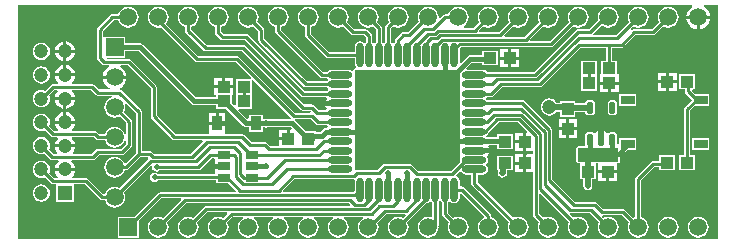
<source format=gtl>
G04*
G04 #@! TF.GenerationSoftware,Altium Limited,Altium Designer,19.1.8 (144)*
G04*
G04 Layer_Physical_Order=1*
G04 Layer_Color=255*
%FSLAX25Y25*%
%MOIN*%
G70*
G01*
G75*
%ADD12C,0.01000*%
%ADD16C,0.02000*%
%ADD33O,0.08071X0.02362*%
%ADD34O,0.02362X0.08071*%
%ADD35R,0.04331X0.02559*%
%ADD36R,0.04724X0.03000*%
%ADD37R,0.03583X0.04803*%
%ADD38R,0.04331X0.03937*%
%ADD39R,0.03937X0.04331*%
G04:AMPARAMS|DCode=40|XSize=39.37mil|YSize=21.65mil|CornerRadius=5.41mil|HoleSize=0mil|Usage=FLASHONLY|Rotation=90.000|XOffset=0mil|YOffset=0mil|HoleType=Round|Shape=RoundedRectangle|*
%AMROUNDEDRECTD40*
21,1,0.03937,0.01083,0,0,90.0*
21,1,0.02854,0.02165,0,0,90.0*
1,1,0.01083,0.00541,0.01427*
1,1,0.01083,0.00541,-0.01427*
1,1,0.01083,-0.00541,-0.01427*
1,1,0.01083,-0.00541,0.01427*
%
%ADD40ROUNDEDRECTD40*%
%ADD41C,0.01500*%
%ADD42R,0.13600X0.04600*%
%ADD43R,0.05906X0.05906*%
%ADD44C,0.05906*%
%ADD45R,0.04724X0.04724*%
%ADD46C,0.04724*%
%ADD47R,0.05906X0.05906*%
%ADD48C,0.01968*%
G36*
X226480Y-3980D02*
X-6880D01*
Y73980D01*
X217974D01*
X218073Y73480D01*
X218007Y73453D01*
X217181Y72819D01*
X216547Y71993D01*
X216149Y71032D01*
X216079Y70500D01*
X220000D01*
X223921D01*
X223851Y71032D01*
X223453Y71993D01*
X222819Y72819D01*
X221993Y73453D01*
X221927Y73480D01*
X222026Y73980D01*
X226480D01*
X226480Y-3980D01*
D02*
G37*
%LPC*%
G36*
X210000Y73483D02*
X209099Y73364D01*
X208259Y73016D01*
X207538Y72462D01*
X206984Y71741D01*
X206636Y70901D01*
X206518Y70000D01*
X206636Y69099D01*
X206935Y68377D01*
X204578Y66020D01*
X198551D01*
X198161Y65942D01*
X197950Y65801D01*
X197631Y66189D01*
X198377Y66935D01*
X199099Y66636D01*
X200000Y66518D01*
X200901Y66636D01*
X201741Y66984D01*
X202463Y67537D01*
X203016Y68259D01*
X203364Y69099D01*
X203483Y70000D01*
X203364Y70901D01*
X203016Y71741D01*
X202463Y72462D01*
X201741Y73016D01*
X200901Y73364D01*
X200000Y73483D01*
X199099Y73364D01*
X198259Y73016D01*
X197538Y72462D01*
X196984Y71741D01*
X196636Y70901D01*
X196518Y70000D01*
X196636Y69099D01*
X196935Y68377D01*
X192578Y64020D01*
X185169D01*
X184961Y64520D01*
X187787Y67346D01*
X188259Y66984D01*
X189099Y66636D01*
X190000Y66518D01*
X190901Y66636D01*
X191741Y66984D01*
X192463Y67537D01*
X193016Y68259D01*
X193364Y69099D01*
X193482Y70000D01*
X193364Y70901D01*
X193016Y71741D01*
X192463Y72462D01*
X191741Y73016D01*
X190901Y73364D01*
X190000Y73483D01*
X189099Y73364D01*
X188259Y73016D01*
X187538Y72462D01*
X186984Y71741D01*
X186636Y70901D01*
X186518Y70000D01*
X186636Y69099D01*
X186642Y69084D01*
X183578Y66020D01*
X180000D01*
X179610Y65942D01*
X179279Y65721D01*
X165326Y51768D01*
X149636D01*
X149507Y51960D01*
X148951Y52332D01*
X148295Y52462D01*
X142872D01*
X142665Y52962D01*
X144428Y54725D01*
X147788D01*
Y53931D01*
X153119D01*
Y58868D01*
X147788D01*
Y57275D01*
X143900D01*
X143412Y57178D01*
X142999Y56901D01*
X140962Y54865D01*
X140462Y55072D01*
Y59563D01*
X140879Y59980D01*
X171000D01*
X171390Y60058D01*
X171721Y60279D01*
X178377Y66935D01*
X179099Y66636D01*
X180000Y66518D01*
X180901Y66636D01*
X181741Y66984D01*
X182463Y67537D01*
X183016Y68259D01*
X183364Y69099D01*
X183483Y70000D01*
X183364Y70901D01*
X183016Y71741D01*
X182463Y72462D01*
X181741Y73016D01*
X180901Y73364D01*
X180000Y73483D01*
X179099Y73364D01*
X178259Y73016D01*
X177538Y72462D01*
X176984Y71741D01*
X176636Y70901D01*
X176517Y70000D01*
X176636Y69099D01*
X176935Y68377D01*
X170578Y62020D01*
X164115D01*
X163924Y62481D01*
X168377Y66935D01*
X169099Y66636D01*
X170000Y66518D01*
X170901Y66636D01*
X171741Y66984D01*
X172462Y67537D01*
X173016Y68259D01*
X173364Y69099D01*
X173483Y70000D01*
X173364Y70901D01*
X173016Y71741D01*
X172462Y72462D01*
X171741Y73016D01*
X170901Y73364D01*
X170000Y73483D01*
X169099Y73364D01*
X168259Y73016D01*
X167537Y72462D01*
X166984Y71741D01*
X166636Y70901D01*
X166517Y70000D01*
X166636Y69099D01*
X166935Y68377D01*
X162078Y63520D01*
X155615D01*
X155423Y63981D01*
X158377Y66935D01*
X159099Y66636D01*
X160000Y66518D01*
X160901Y66636D01*
X161741Y66984D01*
X162462Y67537D01*
X163016Y68259D01*
X163364Y69099D01*
X163482Y70000D01*
X163364Y70901D01*
X163016Y71741D01*
X162462Y72462D01*
X161741Y73016D01*
X160901Y73364D01*
X160000Y73483D01*
X159099Y73364D01*
X158259Y73016D01*
X157537Y72462D01*
X156984Y71741D01*
X156636Y70901D01*
X156518Y70000D01*
X156636Y69099D01*
X156935Y68377D01*
X153578Y65020D01*
X147115D01*
X146923Y65482D01*
X148377Y66935D01*
X149099Y66636D01*
X150000Y66518D01*
X150901Y66636D01*
X151741Y66984D01*
X152462Y67537D01*
X153016Y68259D01*
X153364Y69099D01*
X153482Y70000D01*
X153364Y70901D01*
X153016Y71741D01*
X152462Y72462D01*
X151741Y73016D01*
X150901Y73364D01*
X150000Y73483D01*
X149099Y73364D01*
X148259Y73016D01*
X147538Y72462D01*
X146984Y71741D01*
X146636Y70901D01*
X146518Y70000D01*
X146636Y69099D01*
X146935Y68377D01*
X145078Y66520D01*
X141927D01*
X141789Y66864D01*
X141788Y67020D01*
X142463Y67537D01*
X143016Y68259D01*
X143364Y69099D01*
X143482Y70000D01*
X143364Y70901D01*
X143016Y71741D01*
X142463Y72462D01*
X141741Y73016D01*
X140901Y73364D01*
X140000Y73483D01*
X139099Y73364D01*
X138259Y73016D01*
X137538Y72462D01*
X136984Y71741D01*
X136667Y70977D01*
X135547D01*
X135157Y70899D01*
X134826Y70678D01*
X133928Y69780D01*
X133639Y69923D01*
X133478Y70037D01*
X133364Y70901D01*
X133016Y71741D01*
X132463Y72462D01*
X131741Y73016D01*
X130901Y73364D01*
X130000Y73483D01*
X129099Y73364D01*
X128259Y73016D01*
X127538Y72462D01*
X126984Y71741D01*
X126636Y70901D01*
X126517Y70000D01*
X126636Y69099D01*
X126829Y68634D01*
X123215Y65020D01*
X121624D01*
X121234Y64942D01*
X120903Y64721D01*
X119129Y62947D01*
X118908Y62616D01*
X118831Y62226D01*
Y61636D01*
X118638Y61507D01*
X118570Y61405D01*
X118062Y61374D01*
X117720Y61712D01*
Y66278D01*
X118377Y66935D01*
X119099Y66636D01*
X120000Y66518D01*
X120901Y66636D01*
X121741Y66984D01*
X122462Y67537D01*
X123016Y68259D01*
X123364Y69099D01*
X123483Y70000D01*
X123364Y70901D01*
X123016Y71741D01*
X122462Y72462D01*
X121741Y73016D01*
X120901Y73364D01*
X120000Y73483D01*
X119099Y73364D01*
X118259Y73016D01*
X117537Y72462D01*
X116984Y71741D01*
X116636Y70901D01*
X116517Y70000D01*
X116636Y69099D01*
X116935Y68377D01*
X115980Y67422D01*
X115759Y67091D01*
X115681Y66701D01*
Y61636D01*
X115489Y61507D01*
X115421Y61405D01*
X114912Y61374D01*
X114571Y61712D01*
Y66449D01*
X114493Y66839D01*
X114272Y67170D01*
X113065Y68377D01*
X113364Y69099D01*
X113482Y70000D01*
X113364Y70901D01*
X113016Y71741D01*
X112462Y72462D01*
X111741Y73016D01*
X110901Y73364D01*
X110000Y73483D01*
X109099Y73364D01*
X108259Y73016D01*
X107537Y72462D01*
X106984Y71741D01*
X106636Y70901D01*
X106518Y70000D01*
X106636Y69099D01*
X106984Y68259D01*
X107537Y67537D01*
X108259Y66984D01*
X109099Y66636D01*
X110000Y66518D01*
X110901Y66636D01*
X111623Y66935D01*
X112532Y66027D01*
Y61636D01*
X112339Y61507D01*
X112271Y61405D01*
X111762Y61374D01*
X111421Y61712D01*
Y63598D01*
X111344Y63989D01*
X111123Y64319D01*
X109721Y65721D01*
X109390Y65942D01*
X109000Y66020D01*
X105422D01*
X103065Y68377D01*
X103364Y69099D01*
X103482Y70000D01*
X103364Y70901D01*
X103016Y71741D01*
X102462Y72462D01*
X101741Y73016D01*
X100901Y73364D01*
X100000Y73483D01*
X99099Y73364D01*
X98259Y73016D01*
X97537Y72462D01*
X96984Y71741D01*
X96636Y70901D01*
X96517Y70000D01*
X96636Y69099D01*
X96984Y68259D01*
X97537Y67537D01*
X98259Y66984D01*
X99099Y66636D01*
X100000Y66518D01*
X100901Y66636D01*
X101623Y66935D01*
X104279Y64279D01*
X104610Y64058D01*
X105000Y63980D01*
X108578D01*
X109382Y63176D01*
Y61636D01*
X109190Y61507D01*
X109077Y61339D01*
X108577D01*
X108464Y61507D01*
X107908Y61879D01*
X107252Y62009D01*
X106596Y61879D01*
X106040Y61507D01*
X105668Y60951D01*
X105538Y60295D01*
Y58460D01*
X96981D01*
X91020Y64422D01*
Y66685D01*
X91741Y66984D01*
X92462Y67537D01*
X93016Y68259D01*
X93364Y69099D01*
X93483Y70000D01*
X93364Y70901D01*
X93016Y71741D01*
X92462Y72462D01*
X91741Y73016D01*
X90901Y73364D01*
X90000Y73483D01*
X89099Y73364D01*
X88259Y73016D01*
X87537Y72462D01*
X86984Y71741D01*
X86636Y70901D01*
X86518Y70000D01*
X86636Y69099D01*
X86984Y68259D01*
X87537Y67537D01*
X88259Y66984D01*
X88980Y66685D01*
Y64000D01*
X89058Y63610D01*
X89279Y63279D01*
X95838Y56720D01*
X96169Y56499D01*
X96559Y56421D01*
X105538D01*
Y54587D01*
X105668Y53931D01*
X105929Y53541D01*
X105708Y53041D01*
X105500D01*
X105117Y52883D01*
X104959Y52500D01*
Y52293D01*
X104459Y52071D01*
X104069Y52332D01*
X103413Y52462D01*
X97705D01*
X97049Y52332D01*
X96493Y51960D01*
X96364Y51768D01*
X95074D01*
X81020Y65822D01*
Y66685D01*
X81741Y66984D01*
X82463Y67537D01*
X83016Y68259D01*
X83364Y69099D01*
X83482Y70000D01*
X83364Y70901D01*
X83016Y71741D01*
X82463Y72462D01*
X81741Y73016D01*
X80901Y73364D01*
X80000Y73483D01*
X79099Y73364D01*
X78259Y73016D01*
X77538Y72462D01*
X76984Y71741D01*
X76636Y70901D01*
X76517Y70000D01*
X76636Y69099D01*
X76984Y68259D01*
X77538Y67537D01*
X78259Y66984D01*
X78980Y66685D01*
Y65400D01*
X79058Y65010D01*
X79279Y64679D01*
X93931Y50027D01*
X94262Y49806D01*
X94652Y49728D01*
X96364D01*
X96493Y49536D01*
X96595Y49468D01*
X96626Y48959D01*
X96288Y48618D01*
X89724D01*
X75420Y62922D01*
Y65600D01*
X75342Y65990D01*
X75121Y66321D01*
X73065Y68377D01*
X73364Y69099D01*
X73483Y70000D01*
X73364Y70901D01*
X73016Y71741D01*
X72462Y72462D01*
X71741Y73016D01*
X70901Y73364D01*
X70000Y73483D01*
X69099Y73364D01*
X68259Y73016D01*
X67537Y72462D01*
X66984Y71741D01*
X66636Y70901D01*
X66518Y70000D01*
X66636Y69099D01*
X66984Y68259D01*
X67537Y67537D01*
X68259Y66984D01*
X69099Y66636D01*
X70000Y66518D01*
X70901Y66636D01*
X71623Y66935D01*
X73380Y65178D01*
Y62500D01*
X73458Y62110D01*
X73679Y61779D01*
X88581Y46878D01*
X88911Y46657D01*
X89302Y46579D01*
X96364D01*
X96493Y46386D01*
X96595Y46318D01*
X96626Y45810D01*
X96288Y45468D01*
X88674D01*
X70121Y64021D01*
X69790Y64242D01*
X69400Y64320D01*
X61922D01*
X61020Y65222D01*
Y66685D01*
X61741Y66984D01*
X62463Y67537D01*
X63016Y68259D01*
X63364Y69099D01*
X63482Y70000D01*
X63364Y70901D01*
X63016Y71741D01*
X62463Y72462D01*
X61741Y73016D01*
X60901Y73364D01*
X60000Y73483D01*
X59099Y73364D01*
X58259Y73016D01*
X57538Y72462D01*
X56984Y71741D01*
X56636Y70901D01*
X56517Y70000D01*
X56636Y69099D01*
X56984Y68259D01*
X57538Y67537D01*
X58259Y66984D01*
X58980Y66685D01*
Y64800D01*
X59058Y64410D01*
X59279Y64079D01*
X60779Y62579D01*
X61110Y62358D01*
X61500Y62280D01*
X68978D01*
X87530Y43728D01*
X87861Y43507D01*
X88251Y43429D01*
X96067D01*
X96202Y42984D01*
X96170Y42897D01*
X96132Y42872D01*
X95650Y42150D01*
X95580Y41799D01*
X100559D01*
Y40799D01*
X95580D01*
X95650Y40448D01*
X96132Y39727D01*
X96170Y39702D01*
X96202Y39614D01*
X96067Y39169D01*
X93422D01*
X91971Y40621D01*
X91640Y40842D01*
X91250Y40920D01*
X88622D01*
X69121Y60421D01*
X68790Y60642D01*
X68400Y60720D01*
X56222D01*
X51020Y65922D01*
Y66685D01*
X51741Y66984D01*
X52463Y67537D01*
X53016Y68259D01*
X53364Y69099D01*
X53483Y70000D01*
X53364Y70901D01*
X53016Y71741D01*
X52463Y72462D01*
X51741Y73016D01*
X50901Y73364D01*
X50000Y73483D01*
X49099Y73364D01*
X48259Y73016D01*
X47537Y72462D01*
X46984Y71741D01*
X46636Y70901D01*
X46518Y70000D01*
X46636Y69099D01*
X46984Y68259D01*
X47537Y67537D01*
X48259Y66984D01*
X48980Y66685D01*
Y65500D01*
X49058Y65110D01*
X49279Y64779D01*
X55079Y58979D01*
X55410Y58758D01*
X55800Y58680D01*
X67978D01*
X87479Y39179D01*
X87810Y38958D01*
X88200Y38880D01*
X90696D01*
X90908Y38609D01*
X90689Y38120D01*
X85622D01*
X67021Y56721D01*
X66690Y56942D01*
X66300Y57020D01*
X53422D01*
X42654Y67787D01*
X43016Y68259D01*
X43364Y69099D01*
X43483Y70000D01*
X43364Y70901D01*
X43016Y71741D01*
X42463Y72462D01*
X41741Y73016D01*
X40901Y73364D01*
X40000Y73483D01*
X39099Y73364D01*
X38259Y73016D01*
X37538Y72462D01*
X36984Y71741D01*
X36636Y70901D01*
X36518Y70000D01*
X36636Y69099D01*
X36984Y68259D01*
X37538Y67537D01*
X38259Y66984D01*
X39099Y66636D01*
X40000Y66518D01*
X40901Y66636D01*
X40916Y66642D01*
X52279Y55279D01*
X52610Y55058D01*
X53000Y54980D01*
X65878D01*
X70990Y49869D01*
X70783Y49369D01*
X65881D01*
Y44431D01*
Y40625D01*
X65419Y40434D01*
X64519Y41334D01*
Y43931D01*
X65019D01*
Y46400D01*
X61854D01*
X58688D01*
Y43931D01*
X59188D01*
Y43275D01*
X52528D01*
X34901Y60901D01*
X34488Y61177D01*
X34000Y61274D01*
X28953D01*
Y63453D01*
X22047D01*
Y63453D01*
X21620Y63627D01*
Y65478D01*
X25122Y68980D01*
X26685D01*
X26984Y68259D01*
X27538Y67537D01*
X28259Y66984D01*
X29099Y66636D01*
X30000Y66518D01*
X30901Y66636D01*
X31741Y66984D01*
X32462Y67537D01*
X33016Y68259D01*
X33364Y69099D01*
X33483Y70000D01*
X33364Y70901D01*
X33016Y71741D01*
X32462Y72462D01*
X31741Y73016D01*
X30901Y73364D01*
X30000Y73483D01*
X29099Y73364D01*
X28259Y73016D01*
X27538Y72462D01*
X26984Y71741D01*
X26685Y71020D01*
X24700D01*
X24310Y70942D01*
X23979Y70721D01*
X19879Y66621D01*
X19658Y66290D01*
X19580Y65900D01*
Y56300D01*
X19658Y55910D01*
X19879Y55579D01*
X21179Y54279D01*
X21510Y54058D01*
X21900Y53980D01*
X23474D01*
X23573Y53480D01*
X23507Y53453D01*
X22681Y52819D01*
X22047Y51993D01*
X21649Y51032D01*
X21579Y50500D01*
X25500D01*
X29421D01*
X29351Y51032D01*
X28953Y51993D01*
X28319Y52819D01*
X27493Y53453D01*
X27427Y53480D01*
X27526Y53980D01*
X29778D01*
X37480Y46278D01*
Y37000D01*
X37558Y36610D01*
X37779Y36279D01*
X44679Y29379D01*
X45010Y29158D01*
X45400Y29080D01*
X54685D01*
X54877Y28618D01*
X50778Y24520D01*
X38722D01*
X38021Y25221D01*
X37690Y25442D01*
X37300Y25520D01*
X34720D01*
Y38300D01*
X34642Y38690D01*
X34421Y39021D01*
X27821Y45621D01*
X27490Y45842D01*
X27225Y45895D01*
X27138Y46350D01*
X27143Y46402D01*
X27493Y46547D01*
X28319Y47181D01*
X28953Y48007D01*
X29351Y48968D01*
X29421Y49500D01*
X25500D01*
X21579D01*
X21649Y48968D01*
X22047Y48007D01*
X22681Y47181D01*
X23507Y46547D01*
X23815Y46420D01*
X23715Y45920D01*
X20322D01*
X18721Y47521D01*
X18390Y47742D01*
X18000Y47820D01*
X11421D01*
X11261Y48293D01*
X11335Y48350D01*
X11874Y49052D01*
X12213Y49870D01*
X12262Y50248D01*
X5612D01*
X5661Y49870D01*
X6000Y49052D01*
X6539Y48350D01*
X6613Y48293D01*
X6453Y47820D01*
X4952D01*
X4562Y47742D01*
X4231Y47521D01*
X2208Y45498D01*
X1810Y45663D01*
X1063Y45761D01*
X316Y45663D01*
X-381Y45374D01*
X-978Y44915D01*
X-1437Y44317D01*
X-1726Y43621D01*
X-1824Y42874D01*
X-1726Y42127D01*
X-1437Y41431D01*
X-978Y40833D01*
X-381Y40374D01*
X316Y40086D01*
X1063Y39987D01*
X1810Y40086D01*
X2506Y40374D01*
X3104Y40833D01*
X3563Y41431D01*
X3852Y42127D01*
X3950Y42874D01*
X3852Y43621D01*
X3665Y44071D01*
X5374Y45780D01*
X6424D01*
X6585Y45307D01*
X6539Y45272D01*
X6000Y44570D01*
X5661Y43752D01*
X5612Y43374D01*
X12262D01*
X12213Y43752D01*
X11874Y44570D01*
X11335Y45272D01*
X11289Y45307D01*
X11450Y45780D01*
X17578D01*
X19179Y44179D01*
X19510Y43958D01*
X19900Y43880D01*
X24691D01*
X24724Y43380D01*
X24599Y43364D01*
X23759Y43016D01*
X23038Y42463D01*
X22484Y41741D01*
X22136Y40901D01*
X22017Y40000D01*
X22136Y39099D01*
X22484Y38259D01*
X23038Y37538D01*
X23759Y36984D01*
X24599Y36636D01*
X25500Y36518D01*
X26401Y36636D01*
X27123Y36935D01*
X29380Y34678D01*
Y30809D01*
X28880Y30776D01*
X28864Y30901D01*
X28516Y31741D01*
X27962Y32462D01*
X27241Y33016D01*
X26401Y33364D01*
X25500Y33483D01*
X24599Y33364D01*
X23759Y33016D01*
X23038Y32462D01*
X22484Y31741D01*
X22185Y31020D01*
X20422D01*
X19621Y31821D01*
X19290Y32042D01*
X18900Y32120D01*
X11484D01*
X11375Y32440D01*
X11348Y32620D01*
X11874Y33304D01*
X12213Y34122D01*
X12262Y34500D01*
X5612D01*
X5661Y34122D01*
X6000Y33304D01*
X6526Y32620D01*
X6499Y32440D01*
X6390Y32120D01*
X5348D01*
X3665Y33803D01*
X3852Y34253D01*
X3950Y35000D01*
X3852Y35747D01*
X3563Y36443D01*
X3104Y37041D01*
X2506Y37500D01*
X1810Y37789D01*
X1063Y37887D01*
X316Y37789D01*
X-381Y37500D01*
X-978Y37041D01*
X-1437Y36443D01*
X-1726Y35747D01*
X-1824Y35000D01*
X-1726Y34253D01*
X-1437Y33557D01*
X-978Y32959D01*
X-381Y32500D01*
X316Y32212D01*
X1063Y32113D01*
X1810Y32212D01*
X2208Y32376D01*
X4205Y30379D01*
X4536Y30158D01*
X4926Y30080D01*
X6443D01*
X6613Y29580D01*
X6539Y29524D01*
X6000Y28822D01*
X5661Y28004D01*
X5612Y27626D01*
X12262D01*
X12213Y28004D01*
X11874Y28822D01*
X11335Y29524D01*
X11261Y29580D01*
X11431Y30080D01*
X18478D01*
X19279Y29279D01*
X19610Y29058D01*
X20000Y28980D01*
X22185D01*
X22484Y28259D01*
X23038Y27538D01*
X23759Y26984D01*
X24599Y26636D01*
X25500Y26518D01*
X26401Y26636D01*
X27241Y26984D01*
X27962Y27538D01*
X28516Y28259D01*
X28864Y29099D01*
X28880Y29224D01*
X29380Y29191D01*
Y27822D01*
X27578Y26020D01*
X19800D01*
X19410Y25942D01*
X19079Y25721D01*
X17778Y24420D01*
X11725D01*
X11482Y24920D01*
X11874Y25430D01*
X12213Y26248D01*
X12262Y26626D01*
X5612D01*
X5661Y26248D01*
X6000Y25430D01*
X6392Y24920D01*
X6149Y24420D01*
X5174D01*
X3665Y25929D01*
X3852Y26379D01*
X3950Y27126D01*
X3852Y27873D01*
X3563Y28569D01*
X3104Y29167D01*
X2506Y29626D01*
X1810Y29915D01*
X1063Y30013D01*
X316Y29915D01*
X-381Y29626D01*
X-978Y29167D01*
X-1437Y28569D01*
X-1726Y27873D01*
X-1824Y27126D01*
X-1726Y26379D01*
X-1437Y25683D01*
X-978Y25085D01*
X-381Y24626D01*
X316Y24338D01*
X1063Y24239D01*
X1810Y24338D01*
X2208Y24502D01*
X4031Y22679D01*
X4362Y22458D01*
X4752Y22380D01*
X6670D01*
X6839Y21880D01*
X6539Y21650D01*
X6000Y20948D01*
X5661Y20130D01*
X5612Y19752D01*
X12262D01*
X12213Y20130D01*
X11874Y20948D01*
X11335Y21650D01*
X11035Y21880D01*
X11204Y22380D01*
X18200D01*
X18590Y22458D01*
X18921Y22679D01*
X20222Y23980D01*
X28000D01*
X28390Y24058D01*
X28721Y24279D01*
X31121Y26679D01*
X31342Y27010D01*
X31420Y27400D01*
Y35100D01*
X31342Y35490D01*
X31121Y35821D01*
X28565Y38377D01*
X28864Y39099D01*
X28982Y40000D01*
X28864Y40901D01*
X28803Y41048D01*
X29227Y41331D01*
X32680Y37878D01*
Y24822D01*
X29216Y21358D01*
X28626Y21475D01*
X28516Y21741D01*
X27962Y22463D01*
X27241Y23016D01*
X26401Y23364D01*
X25500Y23483D01*
X24599Y23364D01*
X23759Y23016D01*
X23038Y22463D01*
X22484Y21741D01*
X22136Y20901D01*
X22017Y20000D01*
X22136Y19099D01*
X22484Y18259D01*
X23038Y17537D01*
X23759Y16984D01*
X24599Y16636D01*
X25500Y16518D01*
X26401Y16636D01*
X27241Y16984D01*
X27962Y17537D01*
X28516Y18259D01*
X28815Y18980D01*
X29300D01*
X29690Y19058D01*
X30021Y19279D01*
X34222Y23480D01*
X36486D01*
X36709Y23221D01*
X36779Y22721D01*
X27123Y13065D01*
X26401Y13364D01*
X25500Y13483D01*
X24599Y13364D01*
X23759Y13016D01*
X23038Y12462D01*
X22484Y11741D01*
X22185Y11020D01*
X21622D01*
X16621Y16021D01*
X16290Y16242D01*
X15900Y16320D01*
X11416D01*
X11255Y16793D01*
X11335Y16854D01*
X11874Y17556D01*
X12213Y18374D01*
X12262Y18752D01*
X5612D01*
X5661Y18374D01*
X6000Y17556D01*
X6539Y16854D01*
X6618Y16793D01*
X6458Y16320D01*
X5400D01*
X3665Y18055D01*
X3852Y18505D01*
X3950Y19252D01*
X3852Y19999D01*
X3563Y20695D01*
X3104Y21293D01*
X2506Y21752D01*
X1810Y22040D01*
X1063Y22139D01*
X316Y22040D01*
X-381Y21752D01*
X-978Y21293D01*
X-1437Y20695D01*
X-1726Y19999D01*
X-1824Y19252D01*
X-1726Y18505D01*
X-1437Y17808D01*
X-978Y17211D01*
X-381Y16752D01*
X316Y16464D01*
X1063Y16365D01*
X1810Y16464D01*
X2208Y16628D01*
X4257Y14579D01*
X4588Y14358D01*
X4978Y14280D01*
X5592D01*
X6075Y14240D01*
X6075Y13780D01*
Y8516D01*
X11799D01*
X11799Y14240D01*
X12282Y14280D01*
X15478D01*
X20479Y9279D01*
X20810Y9058D01*
X21200Y8980D01*
X22185D01*
X22484Y8259D01*
X23038Y7537D01*
X23759Y6984D01*
X24599Y6636D01*
X25500Y6517D01*
X26401Y6636D01*
X27241Y6984D01*
X27962Y7537D01*
X28516Y8259D01*
X28864Y9099D01*
X28982Y10000D01*
X28864Y10901D01*
X28565Y11623D01*
X37610Y20668D01*
X38070Y20422D01*
X37987Y20000D01*
X38102Y19421D01*
X38430Y18930D01*
X38921Y18602D01*
X39500Y18487D01*
X40079Y18602D01*
X40570Y18930D01*
X40604Y18980D01*
X53400D01*
X53790Y19058D01*
X54121Y19279D01*
X57863Y23021D01*
X58668D01*
X58810Y22580D01*
X58810D01*
Y20800D01*
X61976D01*
Y19800D01*
X58810D01*
Y18021D01*
X58571Y17620D01*
X39904D01*
X39870Y17670D01*
X39379Y17998D01*
X38800Y18113D01*
X38221Y17998D01*
X37730Y17670D01*
X37402Y17179D01*
X37287Y16600D01*
X37402Y16021D01*
X37730Y15530D01*
X38221Y15202D01*
X38800Y15087D01*
X39379Y15202D01*
X39870Y15530D01*
X39904Y15580D01*
X59310D01*
Y14780D01*
X63199D01*
X65898Y12082D01*
X65706Y11620D01*
X40600D01*
X40210Y11542D01*
X39879Y11321D01*
X32011Y3453D01*
X26547D01*
Y-3453D01*
X33453D01*
Y2011D01*
X41022Y9580D01*
X47485D01*
X47677Y9119D01*
X41623Y3065D01*
X40901Y3364D01*
X40000Y3483D01*
X39099Y3364D01*
X38259Y3016D01*
X37538Y2462D01*
X36984Y1741D01*
X36636Y901D01*
X36518Y0D01*
X36636Y-901D01*
X36984Y-1741D01*
X37538Y-2462D01*
X38259Y-3016D01*
X39099Y-3364D01*
X40000Y-3483D01*
X40901Y-3364D01*
X41741Y-3016D01*
X42463Y-2462D01*
X43016Y-1741D01*
X43364Y-901D01*
X43483Y0D01*
X43364Y901D01*
X43065Y1623D01*
X49422Y7980D01*
X103578D01*
X104053Y7505D01*
X103862Y7043D01*
X56024D01*
X55633Y6966D01*
X55303Y6745D01*
X51623Y3065D01*
X50901Y3364D01*
X50000Y3483D01*
X49099Y3364D01*
X48259Y3016D01*
X47537Y2462D01*
X46984Y1741D01*
X46636Y901D01*
X46518Y0D01*
X46636Y-901D01*
X46984Y-1741D01*
X47537Y-2462D01*
X48259Y-3016D01*
X49099Y-3364D01*
X50000Y-3483D01*
X50901Y-3364D01*
X51741Y-3016D01*
X52463Y-2462D01*
X53016Y-1741D01*
X53364Y-901D01*
X53483Y0D01*
X53364Y901D01*
X53065Y1623D01*
X56446Y5004D01*
X62909D01*
X63100Y4542D01*
X61623Y3065D01*
X60901Y3364D01*
X60000Y3483D01*
X59099Y3364D01*
X58259Y3016D01*
X57538Y2462D01*
X56984Y1741D01*
X56636Y901D01*
X56517Y0D01*
X56636Y-901D01*
X56984Y-1741D01*
X57538Y-2462D01*
X58259Y-3016D01*
X59099Y-3364D01*
X60000Y-3483D01*
X60901Y-3364D01*
X61741Y-3016D01*
X62463Y-2462D01*
X63016Y-1741D01*
X63364Y-901D01*
X63482Y0D01*
X63364Y901D01*
X63065Y1623D01*
X64946Y3504D01*
X68130D01*
X68248Y3055D01*
X68243Y3004D01*
X67537Y2462D01*
X66984Y1741D01*
X66636Y901D01*
X66518Y0D01*
X66636Y-901D01*
X66984Y-1741D01*
X67537Y-2462D01*
X68259Y-3016D01*
X69099Y-3364D01*
X70000Y-3483D01*
X70901Y-3364D01*
X71741Y-3016D01*
X72462Y-2462D01*
X73016Y-1741D01*
X73364Y-901D01*
X73483Y0D01*
X73364Y901D01*
X73016Y1741D01*
X72462Y2462D01*
X71757Y3004D01*
X71751Y3055D01*
X71870Y3504D01*
X78130D01*
X78249Y3055D01*
X78243Y3004D01*
X77538Y2462D01*
X76984Y1741D01*
X76636Y901D01*
X76517Y0D01*
X76636Y-901D01*
X76984Y-1741D01*
X77538Y-2462D01*
X78259Y-3016D01*
X79099Y-3364D01*
X80000Y-3483D01*
X80901Y-3364D01*
X81741Y-3016D01*
X82463Y-2462D01*
X83016Y-1741D01*
X83364Y-901D01*
X83482Y0D01*
X83364Y901D01*
X83016Y1741D01*
X82463Y2462D01*
X81757Y3004D01*
X81752Y3055D01*
X81870Y3504D01*
X88130D01*
X88248Y3055D01*
X88243Y3004D01*
X87537Y2462D01*
X86984Y1741D01*
X86636Y901D01*
X86518Y0D01*
X86636Y-901D01*
X86984Y-1741D01*
X87537Y-2462D01*
X88259Y-3016D01*
X89099Y-3364D01*
X90000Y-3483D01*
X90901Y-3364D01*
X91741Y-3016D01*
X92462Y-2462D01*
X93016Y-1741D01*
X93364Y-901D01*
X93483Y0D01*
X93364Y901D01*
X93016Y1741D01*
X92462Y2462D01*
X91757Y3004D01*
X91751Y3055D01*
X91870Y3504D01*
X98130D01*
X98248Y3055D01*
X98243Y3004D01*
X97537Y2462D01*
X96984Y1741D01*
X96636Y901D01*
X96517Y0D01*
X96636Y-901D01*
X96984Y-1741D01*
X97537Y-2462D01*
X98259Y-3016D01*
X99099Y-3364D01*
X100000Y-3483D01*
X100901Y-3364D01*
X101741Y-3016D01*
X102462Y-2462D01*
X103016Y-1741D01*
X103364Y-901D01*
X103482Y0D01*
X103364Y901D01*
X103016Y1741D01*
X102462Y2462D01*
X101757Y3004D01*
X101751Y3055D01*
X101870Y3504D01*
X108130D01*
X108248Y3055D01*
X108243Y3004D01*
X107537Y2462D01*
X106984Y1741D01*
X106636Y901D01*
X106518Y0D01*
X106636Y-901D01*
X106984Y-1741D01*
X107537Y-2462D01*
X108259Y-3016D01*
X109099Y-3364D01*
X110000Y-3483D01*
X110901Y-3364D01*
X111741Y-3016D01*
X112462Y-2462D01*
X113016Y-1741D01*
X113364Y-901D01*
X113482Y0D01*
X113364Y901D01*
X113101Y1537D01*
X116044Y4480D01*
X122331D01*
X122552Y4035D01*
X122556Y3998D01*
X121623Y3065D01*
X120901Y3364D01*
X120000Y3483D01*
X119099Y3364D01*
X118259Y3016D01*
X117537Y2462D01*
X116984Y1741D01*
X116636Y901D01*
X116517Y0D01*
X116636Y-901D01*
X116984Y-1741D01*
X117537Y-2462D01*
X118259Y-3016D01*
X119099Y-3364D01*
X120000Y-3483D01*
X120901Y-3364D01*
X121741Y-3016D01*
X122462Y-2462D01*
X123016Y-1741D01*
X123364Y-901D01*
X123483Y0D01*
X123364Y901D01*
X123065Y1623D01*
X129466Y8024D01*
X129955Y8121D01*
X130511Y8493D01*
X130579Y8595D01*
X131088Y8626D01*
X131429Y8288D01*
Y3595D01*
X131014Y3317D01*
X130901Y3364D01*
X130000Y3483D01*
X129099Y3364D01*
X128259Y3016D01*
X127538Y2462D01*
X126984Y1741D01*
X126636Y901D01*
X126517Y0D01*
X126636Y-901D01*
X126984Y-1741D01*
X127538Y-2462D01*
X128259Y-3016D01*
X129099Y-3364D01*
X130000Y-3483D01*
X130901Y-3364D01*
X131741Y-3016D01*
X132463Y-2462D01*
X133016Y-1741D01*
X133364Y-901D01*
X133483Y0D01*
X133441Y313D01*
X133468Y449D01*
Y8364D01*
X133661Y8493D01*
X133729Y8595D01*
X134238Y8626D01*
X134579Y8288D01*
Y4402D01*
X134656Y4011D01*
X134878Y3681D01*
X136935Y1623D01*
X136636Y901D01*
X136518Y0D01*
X136636Y-901D01*
X136984Y-1741D01*
X137538Y-2462D01*
X138259Y-3016D01*
X139099Y-3364D01*
X140000Y-3483D01*
X140901Y-3364D01*
X141741Y-3016D01*
X142463Y-2462D01*
X143016Y-1741D01*
X143364Y-901D01*
X143482Y0D01*
X143364Y901D01*
X143016Y1741D01*
X142463Y2462D01*
X141741Y3016D01*
X140901Y3364D01*
X140000Y3483D01*
X139099Y3364D01*
X138377Y3065D01*
X136618Y4824D01*
Y8364D01*
X136810Y8493D01*
X136923Y8662D01*
X137423D01*
X137536Y8493D01*
X138092Y8121D01*
X138748Y7991D01*
X139404Y8121D01*
X139960Y8493D01*
X140332Y9049D01*
X140462Y9705D01*
Y11434D01*
X140962Y11496D01*
X148713Y3745D01*
X148595Y3156D01*
X148259Y3016D01*
X147538Y2462D01*
X146984Y1741D01*
X146636Y901D01*
X146518Y0D01*
X146636Y-901D01*
X146984Y-1741D01*
X147538Y-2462D01*
X148259Y-3016D01*
X149099Y-3364D01*
X150000Y-3483D01*
X150901Y-3364D01*
X151741Y-3016D01*
X152462Y-2462D01*
X153016Y-1741D01*
X153364Y-901D01*
X153482Y0D01*
X153364Y901D01*
X153016Y1741D01*
X152462Y2462D01*
X151741Y3016D01*
X151020Y3315D01*
Y3900D01*
X150942Y4290D01*
X150721Y4621D01*
X142062Y13280D01*
X141731Y13501D01*
X141341Y13579D01*
X140462D01*
Y15413D01*
X140332Y16069D01*
X139960Y16625D01*
X139404Y16997D01*
X139328Y17012D01*
X139183Y17491D01*
X140509Y18817D01*
X140988Y18672D01*
X141003Y18596D01*
X141375Y18040D01*
X141931Y17668D01*
X142587Y17538D01*
X144421D01*
Y14559D01*
X144499Y14169D01*
X144720Y13838D01*
X156935Y1623D01*
X156636Y901D01*
X156518Y0D01*
X156636Y-901D01*
X156984Y-1741D01*
X157537Y-2462D01*
X158259Y-3016D01*
X159099Y-3364D01*
X160000Y-3483D01*
X160901Y-3364D01*
X161741Y-3016D01*
X162462Y-2462D01*
X163016Y-1741D01*
X163364Y-901D01*
X163482Y0D01*
X163364Y901D01*
X163016Y1741D01*
X162462Y2462D01*
X161741Y3016D01*
X160901Y3364D01*
X160000Y3483D01*
X159099Y3364D01*
X158377Y3065D01*
X146460Y14981D01*
Y17538D01*
X148295D01*
X148951Y17668D01*
X149507Y18040D01*
X149879Y18596D01*
X150009Y19252D01*
X149879Y19908D01*
X149507Y20464D01*
X149338Y20577D01*
Y21077D01*
X149507Y21190D01*
X149879Y21746D01*
X150009Y22402D01*
X149879Y23057D01*
X149728Y23284D01*
X149830Y23954D01*
X149868Y23979D01*
X150350Y24700D01*
X150420Y25051D01*
X145441D01*
Y26051D01*
X150420D01*
X150350Y26402D01*
X150000Y26926D01*
X150246Y27426D01*
X152807D01*
Y26032D01*
X158138D01*
Y30968D01*
X152807D01*
Y29975D01*
X149414D01*
X149338Y30026D01*
Y30526D01*
X149507Y30638D01*
X149879Y31194D01*
X149914Y31372D01*
X153522Y34980D01*
X159928D01*
X162978Y31930D01*
X162787Y31468D01*
X162665D01*
Y28500D01*
Y25532D01*
X164796D01*
Y24369D01*
X162665D01*
Y21400D01*
Y18431D01*
X164796D01*
Y4184D01*
X164874Y3794D01*
X165095Y3463D01*
X166935Y1623D01*
X166636Y901D01*
X166517Y0D01*
X166636Y-901D01*
X166984Y-1741D01*
X167537Y-2462D01*
X168259Y-3016D01*
X169099Y-3364D01*
X170000Y-3483D01*
X170901Y-3364D01*
X171741Y-3016D01*
X172462Y-2462D01*
X173016Y-1741D01*
X173364Y-901D01*
X173483Y0D01*
X173364Y901D01*
X173016Y1741D01*
X172462Y2462D01*
X171741Y3016D01*
X170901Y3364D01*
X170000Y3483D01*
X169099Y3364D01*
X168377Y3065D01*
X166835Y4607D01*
Y11169D01*
X167297Y11361D01*
X176964Y1694D01*
X176636Y901D01*
X176517Y0D01*
X176636Y-901D01*
X176984Y-1741D01*
X177538Y-2462D01*
X178259Y-3016D01*
X179099Y-3364D01*
X180000Y-3483D01*
X180901Y-3364D01*
X181741Y-3016D01*
X182463Y-2462D01*
X183016Y-1741D01*
X183364Y-901D01*
X183483Y0D01*
X183364Y901D01*
X183016Y1741D01*
X182463Y2462D01*
X181741Y3016D01*
X180901Y3364D01*
X180000Y3483D01*
X179099Y3364D01*
X178448Y3094D01*
X177211Y4330D01*
X177419Y4830D01*
X183728D01*
X186935Y1623D01*
X186636Y901D01*
X186518Y0D01*
X186636Y-901D01*
X186984Y-1741D01*
X187538Y-2462D01*
X188259Y-3016D01*
X189099Y-3364D01*
X190000Y-3483D01*
X190901Y-3364D01*
X191741Y-3016D01*
X192463Y-2462D01*
X193016Y-1741D01*
X193364Y-901D01*
X193482Y0D01*
X193364Y901D01*
X193016Y1741D01*
X192463Y2462D01*
X191741Y3016D01*
X190901Y3364D01*
X190000Y3483D01*
X189099Y3364D01*
X188377Y3065D01*
X187944Y3498D01*
X187948Y3535D01*
X188169Y3980D01*
X194578D01*
X196935Y1623D01*
X196636Y901D01*
X196518Y0D01*
X196636Y-901D01*
X196984Y-1741D01*
X197538Y-2462D01*
X198259Y-3016D01*
X199099Y-3364D01*
X200000Y-3483D01*
X200901Y-3364D01*
X201741Y-3016D01*
X202463Y-2462D01*
X203016Y-1741D01*
X203364Y-901D01*
X203483Y0D01*
X203364Y901D01*
X203016Y1741D01*
X202463Y2462D01*
X201741Y3016D01*
X201020Y3315D01*
Y15578D01*
X205422Y19980D01*
X206988D01*
Y19031D01*
X212319D01*
Y23968D01*
X206988D01*
Y22020D01*
X205000D01*
X204610Y21942D01*
X204279Y21721D01*
X199279Y16721D01*
X199058Y16390D01*
X198980Y16000D01*
Y3315D01*
X198377Y3065D01*
X195721Y5721D01*
X195390Y5942D01*
X195000Y6020D01*
X188422D01*
X186221Y8221D01*
X185890Y8442D01*
X185500Y8520D01*
X178922D01*
X171335Y16107D01*
Y32399D01*
X171258Y32789D01*
X171037Y33120D01*
X162136Y42020D01*
X161805Y42241D01*
X161415Y42319D01*
X149636D01*
X149507Y42511D01*
X149405Y42579D01*
X149374Y43088D01*
X149712Y43429D01*
X151000D01*
X151390Y43507D01*
X151721Y43728D01*
X154722Y46728D01*
X167248D01*
X167638Y46806D01*
X167969Y47027D01*
X180822Y59880D01*
X189327D01*
Y55468D01*
X187681D01*
Y50968D01*
X187181D01*
Y48500D01*
X190347D01*
X193512D01*
Y50968D01*
X193012D01*
Y55468D01*
X191366D01*
Y59880D01*
X194451D01*
X194841Y59958D01*
X195172Y60179D01*
X198974Y63980D01*
X205000D01*
X205390Y64058D01*
X205721Y64279D01*
X208377Y66935D01*
X209099Y66636D01*
X210000Y66518D01*
X210901Y66636D01*
X211741Y66984D01*
X212462Y67537D01*
X213016Y68259D01*
X213364Y69099D01*
X213482Y70000D01*
X213364Y70901D01*
X213016Y71741D01*
X212462Y72462D01*
X211741Y73016D01*
X210901Y73364D01*
X210000Y73483D01*
D02*
G37*
G36*
X223921Y69500D02*
X220500D01*
Y66079D01*
X221032Y66149D01*
X221993Y66547D01*
X222819Y67181D01*
X223453Y68007D01*
X223851Y68968D01*
X223921Y69500D01*
D02*
G37*
G36*
X219500D02*
X216079D01*
X216149Y68968D01*
X216547Y68007D01*
X217181Y67181D01*
X218007Y66547D01*
X218968Y66149D01*
X219500Y66079D01*
Y69500D01*
D02*
G37*
G36*
X9437Y61947D02*
Y59122D01*
X12262D01*
X12213Y59500D01*
X11874Y60318D01*
X11335Y61020D01*
X10633Y61559D01*
X9815Y61898D01*
X9437Y61947D01*
D02*
G37*
G36*
X8437D02*
X8059Y61898D01*
X7241Y61559D01*
X6539Y61020D01*
X6000Y60318D01*
X5661Y59500D01*
X5612Y59122D01*
X8437D01*
Y61947D01*
D02*
G37*
G36*
X160312Y59368D02*
X157646D01*
Y56900D01*
X160312D01*
Y59368D01*
D02*
G37*
G36*
X156646D02*
X153981D01*
Y56900D01*
X156646D01*
Y59368D01*
D02*
G37*
G36*
X1063Y61509D02*
X316Y61411D01*
X-381Y61122D01*
X-978Y60663D01*
X-1437Y60066D01*
X-1726Y59369D01*
X-1824Y58622D01*
X-1726Y57875D01*
X-1437Y57179D01*
X-978Y56581D01*
X-381Y56122D01*
X316Y55834D01*
X1063Y55735D01*
X1810Y55834D01*
X2506Y56122D01*
X3104Y56581D01*
X3563Y57179D01*
X3852Y57875D01*
X3950Y58622D01*
X3852Y59369D01*
X3563Y60066D01*
X3104Y60663D01*
X2506Y61122D01*
X1810Y61411D01*
X1063Y61509D01*
D02*
G37*
G36*
X12262Y58122D02*
X9437D01*
Y55297D01*
X9815Y55346D01*
X10633Y55685D01*
X11335Y56224D01*
X11874Y56926D01*
X12213Y57744D01*
X12262Y58122D01*
D02*
G37*
G36*
X8437D02*
X5612D01*
X5661Y57744D01*
X6000Y56926D01*
X6539Y56224D01*
X7241Y55685D01*
X8059Y55346D01*
X8437Y55297D01*
Y58122D01*
D02*
G37*
G36*
X160312Y55900D02*
X157646D01*
Y53431D01*
X160312D01*
Y55900D01*
D02*
G37*
G36*
X156646D02*
X153981D01*
Y53431D01*
X156646D01*
Y55900D01*
D02*
G37*
G36*
X9437Y54073D02*
Y51248D01*
X12262D01*
X12213Y51626D01*
X11874Y52444D01*
X11335Y53146D01*
X10633Y53685D01*
X9815Y54024D01*
X9437Y54073D01*
D02*
G37*
G36*
X8437D02*
X8059Y54024D01*
X7241Y53685D01*
X6539Y53146D01*
X6000Y52444D01*
X5661Y51626D01*
X5612Y51248D01*
X8437D01*
Y54073D01*
D02*
G37*
G36*
X212819Y51468D02*
X210154D01*
Y49000D01*
X212819D01*
Y51468D01*
D02*
G37*
G36*
X209154D02*
X206488D01*
Y49000D01*
X209154D01*
Y51468D01*
D02*
G37*
G36*
X1063Y53635D02*
X316Y53537D01*
X-381Y53248D01*
X-978Y52789D01*
X-1437Y52192D01*
X-1726Y51495D01*
X-1824Y50748D01*
X-1726Y50001D01*
X-1437Y49305D01*
X-978Y48707D01*
X-381Y48248D01*
X316Y47960D01*
X1063Y47861D01*
X1810Y47960D01*
X2506Y48248D01*
X3104Y48707D01*
X3563Y49305D01*
X3852Y50001D01*
X3950Y50748D01*
X3852Y51495D01*
X3563Y52192D01*
X3104Y52789D01*
X2506Y53248D01*
X1810Y53537D01*
X1063Y53635D01*
D02*
G37*
G36*
X65019Y49869D02*
X62354D01*
Y47400D01*
X65019D01*
Y49869D01*
D02*
G37*
G36*
X61354D02*
X58688D01*
Y47400D01*
X61354D01*
Y49869D01*
D02*
G37*
G36*
X212819Y48000D02*
X210154D01*
Y45531D01*
X212819D01*
Y48000D01*
D02*
G37*
G36*
X209154D02*
X206488D01*
Y45531D01*
X209154D01*
Y48000D01*
D02*
G37*
G36*
X186319Y55468D02*
X180988D01*
Y50532D01*
X180988D01*
X180988Y50468D01*
X180988D01*
Y45531D01*
X186319D01*
Y50468D01*
X186319D01*
X186319Y50532D01*
X186319D01*
Y55468D01*
D02*
G37*
G36*
X193512Y47500D02*
X190847D01*
Y45031D01*
X193512D01*
Y47500D01*
D02*
G37*
G36*
X189847D02*
X187181D01*
Y45031D01*
X189847D01*
Y47500D01*
D02*
G37*
G36*
X199357Y44382D02*
X193633D01*
Y40382D01*
X199357D01*
Y44382D01*
D02*
G37*
G36*
X12262Y42374D02*
X9437D01*
Y39549D01*
X9815Y39598D01*
X10633Y39937D01*
X11335Y40476D01*
X11874Y41178D01*
X12213Y41996D01*
X12262Y42374D01*
D02*
G37*
G36*
X8437D02*
X5612D01*
X5661Y41996D01*
X6000Y41178D01*
X6539Y40476D01*
X7241Y39937D01*
X8059Y39598D01*
X8437Y39549D01*
Y42374D01*
D02*
G37*
G36*
X191981Y42319D02*
X190899D01*
X190492Y42238D01*
X190148Y42008D01*
X189918Y41663D01*
X189837Y41257D01*
Y38403D01*
X189918Y37996D01*
X190148Y37652D01*
X190492Y37422D01*
X190899Y37341D01*
X191981D01*
X192388Y37422D01*
X192732Y37652D01*
X192962Y37996D01*
X193043Y38403D01*
Y41257D01*
X192962Y41663D01*
X192732Y42008D01*
X192388Y42238D01*
X191981Y42319D01*
D02*
G37*
G36*
X170400Y42987D02*
X169653Y42889D01*
X168956Y42600D01*
X168359Y42141D01*
X167900Y41543D01*
X167612Y40847D01*
X167513Y40100D01*
X167612Y39353D01*
X167900Y38656D01*
X168359Y38059D01*
X168956Y37600D01*
X169653Y37312D01*
X170400Y37213D01*
X171147Y37312D01*
X171844Y37600D01*
X172441Y38059D01*
X172692Y38386D01*
X174031D01*
Y36796D01*
X178969D01*
Y38300D01*
X182377D01*
X182438Y37996D01*
X182668Y37652D01*
X183012Y37422D01*
X183419Y37341D01*
X184501D01*
X184907Y37422D01*
X185252Y37652D01*
X185482Y37996D01*
X185563Y38403D01*
Y41257D01*
X185482Y41663D01*
X185252Y42008D01*
X184907Y42238D01*
X184501Y42319D01*
X183419D01*
X183012Y42238D01*
X182668Y42008D01*
X182438Y41663D01*
X182377Y41359D01*
X178969D01*
Y42127D01*
X174031D01*
Y41444D01*
X172941D01*
X172900Y41543D01*
X172441Y42141D01*
X171844Y42600D01*
X171147Y42889D01*
X170400Y42987D01*
D02*
G37*
G36*
X9437Y38325D02*
Y35500D01*
X12262D01*
X12213Y35878D01*
X11874Y36696D01*
X11335Y37398D01*
X10633Y37937D01*
X9815Y38276D01*
X9437Y38325D01*
D02*
G37*
G36*
X8437D02*
X8059Y38276D01*
X7241Y37937D01*
X6539Y37398D01*
X6000Y36696D01*
X5661Y35878D01*
X5612Y35500D01*
X8437D01*
Y38325D01*
D02*
G37*
G36*
X179469Y35934D02*
X177000D01*
Y33268D01*
X179469D01*
Y35934D01*
D02*
G37*
G36*
X176000D02*
X173531D01*
Y33268D01*
X176000D01*
Y35934D01*
D02*
G37*
G36*
X179469Y32269D02*
X177000D01*
Y29603D01*
X179469D01*
Y32269D01*
D02*
G37*
G36*
X176000D02*
X173531D01*
Y29603D01*
X176000D01*
Y32269D01*
D02*
G37*
G36*
X188241Y32199D02*
X188200D01*
Y29200D01*
X187200D01*
Y32199D01*
X187159D01*
X186557Y32079D01*
X186047Y31738D01*
X185830Y31413D01*
X185292Y31365D01*
X185252Y31378D01*
X184907Y31608D01*
X184501Y31689D01*
X183419D01*
X183012Y31608D01*
X182668Y31378D01*
X182438Y31034D01*
X182357Y30627D01*
Y27773D01*
X182400Y27556D01*
X182089Y27056D01*
X179900D01*
X179517Y26898D01*
X179359Y26515D01*
Y21915D01*
X179517Y21532D01*
X179900Y21374D01*
X180565D01*
X180588Y20883D01*
X180588D01*
Y15947D01*
X181671D01*
Y13800D01*
X181787Y13215D01*
X182119Y12719D01*
X182615Y12387D01*
X183200Y12271D01*
X183785Y12387D01*
X184281Y12719D01*
X184613Y13215D01*
X184729Y13800D01*
Y15947D01*
X185919D01*
Y20883D01*
X185919D01*
X185942Y21374D01*
X186781D01*
Y18915D01*
X189946D01*
X193112D01*
Y21374D01*
X193500D01*
X193883Y21532D01*
X194041Y21915D01*
Y23358D01*
X194401Y23599D01*
X196421Y25618D01*
X199357D01*
Y29618D01*
X193633D01*
Y27485D01*
X193479Y27441D01*
X193173Y27674D01*
X193043Y27836D01*
Y30627D01*
X192962Y31034D01*
X192732Y31378D01*
X192388Y31608D01*
X191981Y31689D01*
X190899D01*
X190492Y31608D01*
X190148Y31378D01*
X190108Y31365D01*
X189570Y31413D01*
X189353Y31738D01*
X188843Y32079D01*
X188241Y32199D01*
D02*
G37*
G36*
X161665Y31468D02*
X159000D01*
Y29000D01*
X161665D01*
Y31468D01*
D02*
G37*
G36*
X223767Y29618D02*
X218042D01*
Y25618D01*
X223767D01*
Y29618D01*
D02*
G37*
G36*
X161665Y28000D02*
X159000D01*
Y25532D01*
X161665D01*
Y28000D01*
D02*
G37*
G36*
Y24369D02*
X159000D01*
Y21900D01*
X161665D01*
Y24369D01*
D02*
G37*
G36*
X219012Y50968D02*
X213681D01*
Y46031D01*
X215480D01*
Y45500D01*
X215558Y45110D01*
X215779Y44779D01*
X218042Y42516D01*
Y42484D01*
X215626Y40067D01*
X215405Y39737D01*
X215327Y39347D01*
Y23968D01*
X213681D01*
Y19031D01*
X219012D01*
Y23968D01*
X217366D01*
Y38924D01*
X218824Y40382D01*
X223767D01*
Y44382D01*
X219060D01*
X217910Y45531D01*
X218117Y46031D01*
X219012D01*
Y50968D01*
D02*
G37*
G36*
X161665Y20900D02*
X159000D01*
Y18431D01*
X161665D01*
Y20900D01*
D02*
G37*
G36*
X158138Y23868D02*
X152807D01*
Y18932D01*
X153324D01*
Y18373D01*
X153259Y18046D01*
X153374Y17467D01*
X153702Y16976D01*
X154193Y16648D01*
X154772Y16533D01*
X155352Y16648D01*
X155842Y16976D01*
X155875Y17025D01*
X155935Y17065D01*
X156266Y17561D01*
X156383Y18146D01*
Y18932D01*
X158138D01*
Y23868D01*
D02*
G37*
G36*
X193112Y17915D02*
X190446D01*
Y15447D01*
X193112D01*
Y17915D01*
D02*
G37*
G36*
X189446D02*
X186781D01*
Y15447D01*
X189446D01*
Y17915D01*
D02*
G37*
G36*
X1063Y14265D02*
X316Y14166D01*
X-381Y13878D01*
X-978Y13419D01*
X-1437Y12821D01*
X-1726Y12125D01*
X-1824Y11378D01*
X-1726Y10631D01*
X-1437Y9934D01*
X-978Y9337D01*
X-381Y8878D01*
X316Y8589D01*
X1063Y8491D01*
X1810Y8589D01*
X2506Y8878D01*
X3104Y9337D01*
X3563Y9934D01*
X3852Y10631D01*
X3950Y11378D01*
X3852Y12125D01*
X3563Y12821D01*
X3104Y13419D01*
X2506Y13878D01*
X1810Y14166D01*
X1063Y14265D01*
D02*
G37*
G36*
X220000Y3483D02*
X219099Y3364D01*
X218259Y3016D01*
X217537Y2462D01*
X216984Y1741D01*
X216636Y901D01*
X216517Y0D01*
X216636Y-901D01*
X216984Y-1741D01*
X217537Y-2462D01*
X218259Y-3016D01*
X219099Y-3364D01*
X220000Y-3483D01*
X220901Y-3364D01*
X221741Y-3016D01*
X222463Y-2462D01*
X223016Y-1741D01*
X223364Y-901D01*
X223482Y0D01*
X223364Y901D01*
X223016Y1741D01*
X222463Y2462D01*
X221741Y3016D01*
X220901Y3364D01*
X220000Y3483D01*
D02*
G37*
G36*
X210000D02*
X209099Y3364D01*
X208259Y3016D01*
X207538Y2462D01*
X206984Y1741D01*
X206636Y901D01*
X206518Y0D01*
X206636Y-901D01*
X206984Y-1741D01*
X207538Y-2462D01*
X208259Y-3016D01*
X209099Y-3364D01*
X210000Y-3483D01*
X210901Y-3364D01*
X211741Y-3016D01*
X212462Y-2462D01*
X213016Y-1741D01*
X213364Y-901D01*
X213482Y0D01*
X213364Y901D01*
X213016Y1741D01*
X212462Y2462D01*
X211741Y3016D01*
X210901Y3364D01*
X210000Y3483D01*
D02*
G37*
%LPD*%
G36*
X140500Y29391D02*
X140363Y28701D01*
X140500Y28011D01*
Y21692D01*
X137644Y18835D01*
X126607D01*
X124721Y20721D01*
X124390Y20942D01*
X124000Y21020D01*
X115500D01*
X115110Y20942D01*
X114779Y20721D01*
X113078Y19020D01*
X106129D01*
X106000Y18994D01*
X105500Y19338D01*
Y31161D01*
X105637Y31850D01*
X105500Y32540D01*
X105500Y52500D01*
X134909D01*
X135598Y52363D01*
X136288Y52500D01*
X140500D01*
X140500Y29391D01*
D02*
G37*
G36*
X84384Y36474D02*
X84283Y36101D01*
X84194Y35974D01*
X76864D01*
X76679Y36098D01*
X76100Y36213D01*
X75521Y36098D01*
X75348Y35983D01*
X74848Y36076D01*
Y37502D01*
X70265D01*
Y36247D01*
X69765Y36088D01*
X66783Y39070D01*
X66975Y39531D01*
X71212D01*
Y44431D01*
Y48939D01*
X71712Y49146D01*
X84384Y36474D01*
D02*
G37*
G36*
X92579Y34279D02*
X92910Y34058D01*
X93300Y33980D01*
X96364D01*
X96493Y33788D01*
X96346Y33285D01*
X96182Y33125D01*
X95811D01*
X95323Y33028D01*
X94910Y32752D01*
X93933Y31775D01*
X92693D01*
Y31969D01*
X89165D01*
X85553Y35580D01*
X85558Y35669D01*
X85715Y36080D01*
X90778D01*
X92579Y34279D01*
D02*
G37*
G36*
X51099Y41099D02*
X51512Y40822D01*
X52000Y40725D01*
X59188D01*
Y39531D01*
X62717D01*
X68449Y33799D01*
X68863Y33522D01*
X69350Y33426D01*
X70265D01*
Y31698D01*
X74848D01*
Y33324D01*
X75348Y33417D01*
X75521Y33302D01*
X76100Y33187D01*
X76679Y33302D01*
X76864Y33426D01*
X84103D01*
X84598Y32930D01*
X84407Y32469D01*
X83835D01*
Y29500D01*
X83335D01*
Y29000D01*
X80169D01*
Y27020D01*
X77322D01*
X76321Y28021D01*
X75990Y28242D01*
X75600Y28320D01*
X71122D01*
X68621Y30821D01*
X68290Y31042D01*
X67900Y31120D01*
X62902D01*
X62435Y31198D01*
X62435Y31620D01*
Y34100D01*
X56852D01*
X56852Y31198D01*
X56385Y31120D01*
X45822D01*
X39520Y37422D01*
Y46700D01*
X39442Y47090D01*
X39221Y47421D01*
X30921Y55721D01*
X30590Y55942D01*
X30200Y56020D01*
X22824D01*
X22806Y56047D01*
X23073Y56547D01*
X28953D01*
Y58726D01*
X33472D01*
X51099Y41099D01*
D02*
G37*
G36*
X105567Y15558D02*
X105538Y15413D01*
Y12287D01*
X104871Y11620D01*
X81715D01*
X81524Y12082D01*
X85422Y15980D01*
X105129D01*
X105141Y15983D01*
X105567Y15558D01*
D02*
G37*
%LPC*%
G36*
X62435Y38002D02*
X60143D01*
Y35100D01*
X62435D01*
Y38002D01*
D02*
G37*
G36*
X59143D02*
X56852D01*
Y35100D01*
X59143D01*
Y38002D01*
D02*
G37*
G36*
X82835Y32469D02*
X80169D01*
Y30000D01*
X82835D01*
Y32469D01*
D02*
G37*
%LPD*%
D12*
X75600Y27300D02*
X76900Y26000D01*
X45400Y30100D02*
X67900D01*
X70700Y27300D02*
X75600D01*
X67900Y30100D02*
X70700Y27300D01*
X1026Y42874D02*
X4952Y46800D01*
X56250Y28550D02*
X66571D01*
X51200Y23500D02*
X56250Y28550D01*
X38300Y23500D02*
X51200D01*
X1026Y18774D02*
X1504D01*
X57300Y26800D02*
X65422D01*
X52500Y22000D02*
X57300Y26800D01*
X37500Y22000D02*
X52500D01*
X33800Y24500D02*
X37300D01*
X38300Y23500D01*
X33700Y24400D02*
Y38300D01*
X29300Y20000D02*
X33700Y24400D01*
X27100Y44900D02*
X33700Y38300D01*
Y24400D02*
X33800Y24500D01*
X1026Y27126D02*
X4752Y23400D01*
X25500Y40000D02*
X30400Y35100D01*
Y27400D02*
Y35100D01*
X28000Y25000D02*
X30400Y27400D01*
X25500Y20000D02*
X29300D01*
X38500Y37000D02*
X45400Y30100D01*
X38500Y37000D02*
Y46700D01*
X30200Y55000D02*
X38500Y46700D01*
X19900Y44900D02*
X27100D01*
X76900Y26000D02*
X92700D01*
X57440Y24040D02*
X61976D01*
X53400Y20000D02*
X57440Y24040D01*
X39500Y20000D02*
X53400D01*
X1026Y35000D02*
X4926Y31100D01*
X38800Y16600D02*
X62821D01*
X85000Y17000D02*
X105129D01*
X80200Y12200D02*
X85000Y17000D01*
X67221Y12200D02*
X80200D01*
X83052Y19252D02*
X100559D01*
X78080Y14280D02*
X83052Y19252D01*
X68320Y14280D02*
X78080D01*
X82202Y22402D02*
X100559D01*
X76360Y16560D02*
X82202Y22402D01*
X71424Y16560D02*
X76360D01*
X62821Y16600D02*
X67221Y12200D01*
X65800Y16800D02*
X68320Y14280D01*
X65800Y16800D02*
Y23414D01*
X67400Y17700D02*
X68600Y16500D01*
X67400Y17700D02*
Y24822D01*
X93661Y24040D02*
X95173Y25551D01*
X71424Y24040D02*
X93661D01*
X65422Y26800D02*
X67400Y24822D01*
X71081Y24040D02*
X71424D01*
X66571Y28550D02*
X71081Y24040D01*
X105293Y10600D02*
X107252Y12559D01*
X40600Y10600D02*
X105293D01*
X30000Y0D02*
X40600Y10600D01*
X68600Y16500D02*
X71365D01*
X65214Y24000D02*
X65800Y23414D01*
X62016Y24000D02*
X65214D01*
X61976Y24040D02*
X62016Y24000D01*
X68546Y42000D02*
Y46900D01*
X145626Y25736D02*
X145763Y25600D01*
X145441Y25551D02*
X145626Y25736D01*
X145390Y25500D02*
X145441Y25551D01*
X165816Y4184D02*
Y30535D01*
Y4184D02*
X170000Y0D01*
X160350Y36000D02*
X165816Y30535D01*
X167316Y12784D02*
Y31156D01*
Y12784D02*
X180000Y100D01*
X160972Y37500D02*
X167316Y31156D01*
X168816Y14184D02*
Y31777D01*
Y14184D02*
X177150Y5850D01*
X161093Y39500D02*
X168816Y31777D01*
X170316Y15684D02*
Y32399D01*
Y15684D02*
X178500Y7500D01*
X161415Y41299D02*
X170316Y32399D01*
X95401Y28701D02*
X100559D01*
X92700Y26000D02*
X95401Y28701D01*
X95173Y25551D02*
X100559D01*
X61500Y63300D02*
X69400D01*
X60000Y64800D02*
X61500Y63300D01*
X60000Y64800D02*
Y70000D01*
X89302Y47598D02*
X100559D01*
X74400Y62500D02*
X89302Y47598D01*
X74400Y62500D02*
Y65600D01*
X70000Y70000D02*
X74400Y65600D01*
X69400Y63300D02*
X88251Y44449D01*
X66300Y56000D02*
X85200Y37100D01*
X53000Y56000D02*
X66300D01*
X40000Y69000D02*
X53000Y56000D01*
X68400Y59700D02*
X88200Y39900D01*
X55800Y59700D02*
X68400D01*
X50000Y65500D02*
X55800Y59700D01*
X94652Y50748D02*
X100559D01*
X80000Y65400D02*
X94652Y50748D01*
X80000Y65400D02*
Y70000D01*
X50000Y65500D02*
Y70000D01*
X19800Y25000D02*
X28000D01*
X150000Y0D02*
Y3900D01*
X141341Y12559D02*
X150000Y3900D01*
X138748Y12559D02*
X141341D01*
X4978Y15300D02*
X15900D01*
X21200Y10000D02*
X25500D01*
X15900Y15300D02*
X21200Y10000D01*
X1504Y18774D02*
X4978Y15300D01*
X1026Y18774D02*
Y19252D01*
X18000Y46800D02*
X19900Y44900D01*
X4952Y46800D02*
X18000D01*
X18200Y23400D02*
X19800Y25000D01*
X4752Y23400D02*
X18200D01*
X18900Y31100D02*
X20000Y30000D01*
X25500D01*
X4926Y31100D02*
X18900D01*
X20600Y65900D02*
X24700Y70000D01*
X20600Y56300D02*
Y65900D01*
Y56300D02*
X21900Y55000D01*
X30200D01*
X24700Y70000D02*
X30000D01*
X190347Y60747D02*
X190500Y60900D01*
X190347Y53000D02*
Y60747D01*
X183653Y48000D02*
X183653Y48000D01*
Y53000D01*
X190500Y60900D02*
X194451D01*
X180400D02*
X190500D01*
X152100Y37500D02*
X160972D01*
X149600Y35000D02*
X152100Y37500D01*
X151450Y39500D02*
X161093D01*
X150100Y38150D02*
X151450Y39500D01*
X153100Y36000D02*
X160350D01*
X148950Y31850D02*
X153100Y36000D01*
X118200Y7000D02*
X120000Y8800D01*
X113621Y7000D02*
X118200D01*
X111145Y4524D02*
X113621Y7000D01*
X126051Y12657D02*
X126150Y12756D01*
X125927Y12707D02*
X125964Y12744D01*
X125927Y12533D02*
X126051Y12657D01*
X122500Y5500D02*
X125927Y8927D01*
X115621Y5500D02*
X122500D01*
X110121Y0D02*
X115621Y5500D01*
X25500Y10000D02*
X37500Y22000D01*
X167248Y47748D02*
X180400Y60900D01*
X145441Y44449D02*
X151000D01*
X154299Y47748D02*
X167248D01*
X165748Y50748D02*
X180000Y65000D01*
X145441Y50748D02*
X165748D01*
X151000Y44449D02*
X154299Y47748D01*
X166369Y49248D02*
X180121Y63000D01*
X145441Y47598D02*
X151200D01*
X152850Y49248D02*
X166369D01*
X151200Y47598D02*
X152850Y49248D01*
X108624Y7524D02*
X110216Y9116D01*
X134653Y62500D02*
X162500D01*
X132634Y60481D02*
X134653Y62500D01*
X132634Y57626D02*
Y60481D01*
X129299Y57441D02*
Y60664D01*
Y57244D02*
Y57441D01*
X132806Y62973D02*
X133833Y64000D01*
X129600Y60965D02*
Y61600D01*
X129299Y60664D02*
X129600Y60965D01*
Y61600D02*
X130973Y62973D01*
X132806D01*
X126150Y57441D02*
Y60650D01*
Y57244D02*
Y57441D01*
X129973Y64473D02*
X132184D01*
X126150Y60650D02*
X129973Y64473D01*
X105476Y7524D02*
X108624D01*
X104000Y9000D02*
X105476Y7524D01*
X110324Y6024D02*
X113366Y9066D01*
X56024Y6024D02*
X110324D01*
X50000Y0D02*
X56024Y6024D01*
X64524Y4524D02*
X111145D01*
X60000Y0D02*
X64524Y4524D01*
X138066Y17816D02*
X142652Y22402D01*
X126184Y17816D02*
X138066D01*
X124000Y20000D02*
X126184Y17816D01*
X128747Y66047D02*
X131637D01*
X132184Y64473D02*
X133211Y65500D01*
X145500D01*
X150000Y70000D01*
X131637Y66047D02*
X135547Y69957D01*
X139957D01*
X140000Y70000D01*
X133833Y64000D02*
X154000D01*
X123000Y60300D02*
X128747Y66047D01*
X123000Y57244D02*
Y60300D01*
X154000Y64000D02*
X160000Y70000D01*
X162500Y62500D02*
X170000Y70000D01*
X171000Y61000D02*
X180000Y70000D01*
X140457Y61000D02*
X171000D01*
X138748Y59291D02*
X140457Y61000D01*
X138748Y57244D02*
Y59291D01*
X145441Y35000D02*
X149600D01*
X145441Y38150D02*
X150100D01*
X145441Y31850D02*
X148950D01*
X120000Y8800D02*
Y12410D01*
X113366Y9066D02*
Y12374D01*
X110216Y9116D02*
Y12374D01*
X115500Y20000D02*
X124000D01*
X113500Y18000D02*
X115500Y20000D01*
X106129Y18000D02*
X113500D01*
X105129Y17000D02*
X106129Y18000D01*
X129299Y9299D02*
Y12559D01*
X120000Y0D02*
X129299Y9299D01*
X125964Y12744D02*
X126051Y12657D01*
X126051D02*
X126150Y12559D01*
X125927Y8927D02*
Y12533D01*
X216500Y45500D02*
X219500Y42500D01*
X216500Y45500D02*
Y48346D01*
X216347Y48500D02*
X216500Y48346D01*
X216347Y39347D02*
X219500Y42500D01*
X216347Y21500D02*
Y39347D01*
X205000Y21000D02*
X208653D01*
X209154Y21500D01*
X200000Y16000D02*
X205000Y21000D01*
X200000Y0D02*
Y16000D01*
X185500Y7500D02*
X188000Y5000D01*
X178500Y7500D02*
X185500D01*
X180121Y63000D02*
X193000D01*
X145441Y41299D02*
X161415D01*
X85200Y37100D02*
X91200D01*
X88200Y39900D02*
X91250D01*
X88251Y44449D02*
X100559D01*
X49000Y9000D02*
X104000D01*
X40000Y0D02*
X49000Y9000D01*
X142652Y22402D02*
X145244D01*
X126051Y12657D02*
X126051D01*
X110000Y0D02*
X110121D01*
X122906Y12654D02*
X123000Y12559D01*
X91250Y39900D02*
X93000Y38150D01*
X91200Y37100D02*
X93300Y35000D01*
X100559D01*
X93000Y38150D02*
X100559D01*
X119850Y62226D02*
X121624Y64000D01*
X123637D01*
X129637Y70000D01*
X119850Y57441D02*
Y62226D01*
X145441Y14559D02*
Y19252D01*
Y14559D02*
X160000Y0D01*
Y-1000D02*
Y0D01*
X177150Y5850D02*
X184150D01*
X40000Y69000D02*
Y70000D01*
X184150Y5850D02*
X190000Y0D01*
X180000D02*
Y100D01*
X194451Y60900D02*
X198551Y65000D01*
X205000D01*
X210000Y70000D01*
X193000Y63000D02*
X200000Y70000D01*
X180000Y65000D02*
X184000D01*
X189000Y70000D01*
X195000Y5000D02*
X200000Y0D01*
X188000Y5000D02*
X195000D01*
X189000Y70000D02*
X190000D01*
X132449Y57441D02*
X132634Y57626D01*
X129637Y70000D02*
X130000D01*
X90000Y64000D02*
Y70000D01*
Y64000D02*
X96559Y57441D01*
X107252D01*
X100000Y70000D02*
X105000Y65000D01*
X109000D01*
X110402Y63598D01*
Y57441D02*
Y63598D01*
X110000Y70000D02*
X113551Y66449D01*
Y57441D02*
Y66449D01*
X116701Y66701D02*
X120000Y70000D01*
X116701Y57441D02*
Y66701D01*
X110216Y12374D02*
X110402Y12559D01*
X119850D02*
X120000Y12410D01*
X113366Y12374D02*
X113551Y12559D01*
X132449Y449D02*
Y12559D01*
X132000Y0D02*
X132449Y449D01*
X135598Y4402D02*
X140000Y0D01*
X135598Y4402D02*
Y12559D01*
D16*
X183200Y13800D02*
Y23400D01*
X154853Y18146D02*
Y21700D01*
X187700Y29200D02*
Y33915D01*
X172300Y39915D02*
X176440D01*
X176525Y39830D02*
X183960D01*
X176440Y39915D02*
X176525Y39830D01*
D33*
X100559Y50748D02*
D03*
Y47598D02*
D03*
Y44449D02*
D03*
Y41299D02*
D03*
Y38150D02*
D03*
Y35000D02*
D03*
Y31850D02*
D03*
Y28701D02*
D03*
Y25551D02*
D03*
Y22402D02*
D03*
Y19252D02*
D03*
X145441D02*
D03*
Y22402D02*
D03*
Y25551D02*
D03*
Y28701D02*
D03*
Y31850D02*
D03*
Y35000D02*
D03*
Y38150D02*
D03*
Y41299D02*
D03*
Y44449D02*
D03*
Y47598D02*
D03*
Y50748D02*
D03*
D34*
X107252Y12559D02*
D03*
X110402D02*
D03*
X113551D02*
D03*
X116701D02*
D03*
X119850D02*
D03*
X123000D02*
D03*
X126150D02*
D03*
X129299D02*
D03*
X132449D02*
D03*
X135598D02*
D03*
X138748D02*
D03*
Y57441D02*
D03*
X135598D02*
D03*
X132449D02*
D03*
X129299D02*
D03*
X126150D02*
D03*
X123000D02*
D03*
X119850D02*
D03*
X116701D02*
D03*
X113551D02*
D03*
X110402D02*
D03*
X107252D02*
D03*
D35*
X61976Y24040D02*
D03*
Y20300D02*
D03*
Y16560D02*
D03*
X71424D02*
D03*
Y20300D02*
D03*
Y24040D02*
D03*
D36*
X196495Y27618D02*
D03*
Y42382D02*
D03*
X220905D02*
D03*
Y27618D02*
D03*
D37*
X59643Y34600D02*
D03*
X72557D02*
D03*
D38*
X183653Y53000D02*
D03*
X190347D02*
D03*
X183653Y48000D02*
D03*
X190347D02*
D03*
X189946Y18415D02*
D03*
X183254D02*
D03*
X61853Y42000D02*
D03*
X68546D02*
D03*
X61853Y46900D02*
D03*
X68546D02*
D03*
X155472Y21400D02*
D03*
X162165D02*
D03*
X216347Y48500D02*
D03*
X209653D02*
D03*
X216347Y21500D02*
D03*
X209653D02*
D03*
X157147Y56400D02*
D03*
X150453D02*
D03*
X162165Y28500D02*
D03*
X155472D02*
D03*
X83335Y29500D02*
D03*
X90028D02*
D03*
D39*
X176500Y32768D02*
D03*
Y39461D02*
D03*
D40*
X183960Y29200D02*
D03*
X187700D02*
D03*
X191440D02*
D03*
X183960Y39830D02*
D03*
X191440D02*
D03*
D41*
X72557Y34700D02*
X76100D01*
X84631D01*
X69350D02*
X72557D01*
X191800Y24315D02*
X191985Y24500D01*
X191440Y24215D02*
Y29200D01*
X91331Y29500D02*
Y30500D01*
X84631Y34700D02*
X89831Y29500D01*
X62050Y42000D02*
X69350Y34700D01*
X59643Y34600D02*
X64400D01*
X59643D02*
X59943Y34300D01*
X71424Y20300D02*
X76000D01*
X57400D02*
X61976D01*
X61853Y42000D02*
X62050D01*
X34000Y60000D02*
X52000Y42000D01*
X61853D01*
X94900Y41299D02*
X100559D01*
X145441Y28701D02*
X154646D01*
X91331Y30500D02*
X94461D01*
X143900Y56000D02*
X150054D01*
X139500Y51600D02*
X143900Y56000D01*
X193500Y24500D02*
X196000Y27000D01*
X191985Y24500D02*
X193500D01*
X136600Y28701D02*
X145441D01*
X196000Y27000D02*
X196071D01*
X100559Y31850D02*
X108450D01*
X95811D02*
X100559D01*
X94461Y30500D02*
X95811Y31850D01*
X182660Y24555D02*
X182700Y24515D01*
X183960Y24555D02*
Y29200D01*
X25500Y60000D02*
X34000D01*
X145763Y25600D02*
X151100D01*
X116701Y12756D02*
Y18000D01*
X123000Y12756D02*
Y18000D01*
X135598Y50602D02*
Y57244D01*
X220000Y0D02*
X220200Y200D01*
D42*
X186700Y24215D02*
D03*
D43*
X25500Y60000D02*
D03*
D44*
Y50000D02*
D03*
Y40000D02*
D03*
Y30000D02*
D03*
Y20000D02*
D03*
Y10000D02*
D03*
X130000Y70000D02*
D03*
X220000D02*
D03*
X210000D02*
D03*
X200000D02*
D03*
X190000D02*
D03*
X180000D02*
D03*
X170000D02*
D03*
X160000D02*
D03*
X150000D02*
D03*
X140000D02*
D03*
X30000D02*
D03*
X120000D02*
D03*
X110000D02*
D03*
X100000D02*
D03*
X90000D02*
D03*
X80000D02*
D03*
X70000D02*
D03*
X60000D02*
D03*
X50000D02*
D03*
X40000D02*
D03*
X210000Y0D02*
D03*
X200000D02*
D03*
X190000D02*
D03*
X180000D02*
D03*
X170000D02*
D03*
X160000D02*
D03*
X150000D02*
D03*
X140000D02*
D03*
X130000D02*
D03*
X220000D02*
D03*
X110000D02*
D03*
X100000D02*
D03*
X90000D02*
D03*
X80000D02*
D03*
X70000D02*
D03*
X60000D02*
D03*
X50000D02*
D03*
X40000D02*
D03*
X120000D02*
D03*
D45*
X8937Y11378D02*
D03*
D46*
X1063D02*
D03*
X8937Y19252D02*
D03*
X1063D02*
D03*
X8937Y27126D02*
D03*
X1063D02*
D03*
X8937Y35000D02*
D03*
X1063D02*
D03*
X8937Y42874D02*
D03*
X1063D02*
D03*
X8937Y50748D02*
D03*
X1063D02*
D03*
X8937Y58622D02*
D03*
X1063D02*
D03*
X170400Y40100D02*
D03*
D47*
X30000Y0D02*
D03*
D48*
X90500Y34000D02*
D03*
X57000Y13900D02*
D03*
X46700Y27100D02*
D03*
X51800Y35200D02*
D03*
X35600Y53400D02*
D03*
X73700Y39100D02*
D03*
X76100Y34700D02*
D03*
X64400Y34600D02*
D03*
X57400Y20300D02*
D03*
X76000D02*
D03*
X38800Y16600D02*
D03*
X151100Y25600D02*
D03*
X167600Y56100D02*
D03*
X150500Y16500D02*
D03*
X152500Y11000D02*
D03*
X145900Y11100D02*
D03*
X181800Y24500D02*
D03*
X191700D02*
D03*
X154700Y44000D02*
D03*
X169200Y46700D02*
D03*
X172300Y34700D02*
D03*
X195000Y16800D02*
D03*
X183200Y13800D02*
D03*
X186500Y24500D02*
D03*
X135400Y19900D02*
D03*
X142500Y16400D02*
D03*
X155519Y25000D02*
D03*
X154900Y33800D02*
D03*
X158900D02*
D03*
X85400Y39800D02*
D03*
X168300Y7900D02*
D03*
X139800Y5700D02*
D03*
X91500Y15000D02*
D03*
X103500Y60500D02*
D03*
X103100Y54500D02*
D03*
X89500Y51500D02*
D03*
X197700Y23300D02*
D03*
X204000Y17000D02*
D03*
X180500Y10500D02*
D03*
X185500D02*
D03*
X190500D02*
D03*
X161900Y56200D02*
D03*
X165500Y42500D02*
D03*
X172900Y50400D02*
D03*
X177900Y55300D02*
D03*
X172400Y19000D02*
D03*
X172300Y26100D02*
D03*
X194500Y35600D02*
D03*
X211200Y35000D02*
D03*
X206200D02*
D03*
X195600Y7600D02*
D03*
X200300Y61700D02*
D03*
X195000Y58500D02*
D03*
X187500Y58300D02*
D03*
X182500D02*
D03*
X197700Y19300D02*
D03*
X186700Y38715D02*
D03*
X188700Y40715D02*
D03*
X182500Y35715D02*
D03*
X186500D02*
D03*
X190500D02*
D03*
X192500Y33715D02*
D03*
X188500D02*
D03*
X184500D02*
D03*
X39500Y20000D02*
D03*
X154772Y18046D02*
D03*
X158819Y17500D02*
D03*
X162319D02*
D03*
X162119Y24900D02*
D03*
X116701Y18000D02*
D03*
X123000D02*
D03*
X78858Y29500D02*
D03*
X94900Y41200D02*
D03*
X161000Y9000D02*
D03*
M02*

</source>
